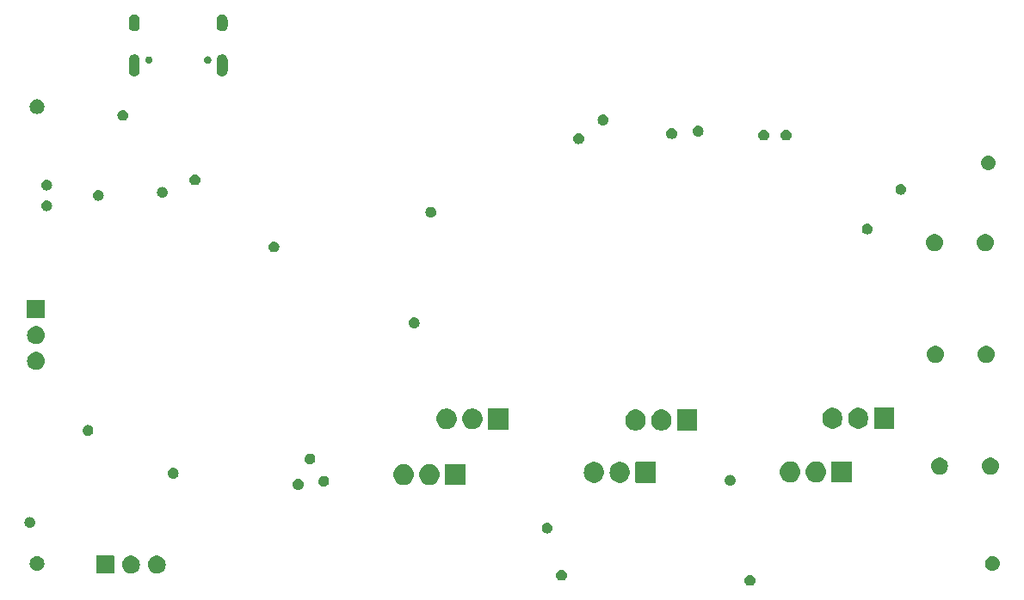
<source format=gbs>
G04 #@! TF.GenerationSoftware,KiCad,Pcbnew,8.0.4-8.0.4-0~ubuntu22.04.1*
G04 #@! TF.CreationDate,2024-08-24T23:14:06+02:00*
G04 #@! TF.ProjectId,bldc_project,626c6463-5f70-4726-9f6a-6563742e6b69,rev?*
G04 #@! TF.SameCoordinates,Original*
G04 #@! TF.FileFunction,Soldermask,Bot*
G04 #@! TF.FilePolarity,Negative*
%FSLAX46Y46*%
G04 Gerber Fmt 4.6, Leading zero omitted, Abs format (unit mm)*
G04 Created by KiCad (PCBNEW 8.0.4-8.0.4-0~ubuntu22.04.1) date 2024-08-24 23:14:06*
%MOMM*%
%LPD*%
G01*
G04 APERTURE LIST*
G04 APERTURE END LIST*
G36*
X114489245Y-138030332D02*
G01*
X114619000Y-138084078D01*
X114730423Y-138169577D01*
X114815922Y-138281000D01*
X114869668Y-138410755D01*
X114888000Y-138550000D01*
X114869668Y-138689245D01*
X114815922Y-138819000D01*
X114730423Y-138930423D01*
X114619000Y-139015922D01*
X114489245Y-139069668D01*
X114350000Y-139088000D01*
X114210755Y-139069668D01*
X114081000Y-139015922D01*
X113969577Y-138930423D01*
X113884078Y-138819000D01*
X113830332Y-138689245D01*
X113812000Y-138550000D01*
X113830332Y-138410755D01*
X113884078Y-138281000D01*
X113969577Y-138169577D01*
X114081000Y-138084078D01*
X114210755Y-138030332D01*
X114350000Y-138012000D01*
X114489245Y-138030332D01*
G37*
G36*
X95939245Y-137530332D02*
G01*
X96069000Y-137584078D01*
X96180423Y-137669577D01*
X96265922Y-137781000D01*
X96319668Y-137910755D01*
X96338000Y-138050000D01*
X96319668Y-138189245D01*
X96265922Y-138319000D01*
X96180423Y-138430423D01*
X96069000Y-138515922D01*
X95939245Y-138569668D01*
X95800000Y-138588000D01*
X95660755Y-138569668D01*
X95531000Y-138515922D01*
X95419577Y-138430423D01*
X95334078Y-138319000D01*
X95280332Y-138189245D01*
X95262000Y-138050000D01*
X95280332Y-137910755D01*
X95334078Y-137781000D01*
X95419577Y-137669577D01*
X95531000Y-137584078D01*
X95660755Y-137530332D01*
X95800000Y-137512000D01*
X95939245Y-137530332D01*
G37*
G36*
X51764542Y-136114893D02*
G01*
X51776870Y-136123130D01*
X51785107Y-136135458D01*
X51788000Y-136150000D01*
X51788000Y-137850000D01*
X51785107Y-137864542D01*
X51776870Y-137876870D01*
X51764542Y-137885107D01*
X51750000Y-137888000D01*
X50050000Y-137888000D01*
X50035458Y-137885107D01*
X50023130Y-137876870D01*
X50014893Y-137864542D01*
X50012000Y-137850000D01*
X50012000Y-136150000D01*
X50014893Y-136135458D01*
X50023130Y-136123130D01*
X50035458Y-136114893D01*
X50050000Y-136112000D01*
X51750000Y-136112000D01*
X51764542Y-136114893D01*
G37*
G36*
X53714407Y-136155462D02*
G01*
X53884000Y-136230969D01*
X54034188Y-136340087D01*
X54158407Y-136478047D01*
X54251228Y-136638818D01*
X54308595Y-136815374D01*
X54328000Y-137000000D01*
X54308595Y-137184626D01*
X54251228Y-137361182D01*
X54158407Y-137521953D01*
X54034188Y-137659913D01*
X53884000Y-137769031D01*
X53714407Y-137844538D01*
X53532821Y-137883135D01*
X53347179Y-137883135D01*
X53165593Y-137844538D01*
X52996000Y-137769031D01*
X52845812Y-137659913D01*
X52721593Y-137521953D01*
X52628772Y-137361182D01*
X52571405Y-137184626D01*
X52552000Y-137000000D01*
X52571405Y-136815374D01*
X52628772Y-136638818D01*
X52721593Y-136478047D01*
X52845812Y-136340087D01*
X52996000Y-136230969D01*
X53165593Y-136155462D01*
X53347179Y-136116865D01*
X53532821Y-136116865D01*
X53714407Y-136155462D01*
G37*
G36*
X56254407Y-136155462D02*
G01*
X56424000Y-136230969D01*
X56574188Y-136340087D01*
X56698407Y-136478047D01*
X56791228Y-136638818D01*
X56848595Y-136815374D01*
X56868000Y-137000000D01*
X56848595Y-137184626D01*
X56791228Y-137361182D01*
X56698407Y-137521953D01*
X56574188Y-137659913D01*
X56424000Y-137769031D01*
X56254407Y-137844538D01*
X56072821Y-137883135D01*
X55887179Y-137883135D01*
X55705593Y-137844538D01*
X55536000Y-137769031D01*
X55385812Y-137659913D01*
X55261593Y-137521953D01*
X55168772Y-137361182D01*
X55111405Y-137184626D01*
X55092000Y-137000000D01*
X55111405Y-136815374D01*
X55168772Y-136638818D01*
X55261593Y-136478047D01*
X55385812Y-136340087D01*
X55536000Y-136230969D01*
X55705593Y-136155462D01*
X55887179Y-136116865D01*
X56072821Y-136116865D01*
X56254407Y-136155462D01*
G37*
G36*
X44361105Y-136194152D02*
G01*
X44514132Y-136247699D01*
X44651407Y-136333954D01*
X44766046Y-136448593D01*
X44852301Y-136585868D01*
X44905848Y-136738895D01*
X44924000Y-136900000D01*
X44905848Y-137061105D01*
X44852301Y-137214132D01*
X44766046Y-137351407D01*
X44651407Y-137466046D01*
X44514132Y-137552301D01*
X44361105Y-137605848D01*
X44200000Y-137624000D01*
X44038895Y-137605848D01*
X43885868Y-137552301D01*
X43748593Y-137466046D01*
X43633954Y-137351407D01*
X43547699Y-137214132D01*
X43494152Y-137061105D01*
X43476000Y-136900000D01*
X43494152Y-136738895D01*
X43547699Y-136585868D01*
X43633954Y-136448593D01*
X43748593Y-136333954D01*
X43885868Y-136247699D01*
X44038895Y-136194152D01*
X44200000Y-136176000D01*
X44361105Y-136194152D01*
G37*
G36*
X138361105Y-136194152D02*
G01*
X138514132Y-136247699D01*
X138651407Y-136333954D01*
X138766046Y-136448593D01*
X138852301Y-136585868D01*
X138905848Y-136738895D01*
X138924000Y-136900000D01*
X138905848Y-137061105D01*
X138852301Y-137214132D01*
X138766046Y-137351407D01*
X138651407Y-137466046D01*
X138514132Y-137552301D01*
X138361105Y-137605848D01*
X138200000Y-137624000D01*
X138038895Y-137605848D01*
X137885868Y-137552301D01*
X137748593Y-137466046D01*
X137633954Y-137351407D01*
X137547699Y-137214132D01*
X137494152Y-137061105D01*
X137476000Y-136900000D01*
X137494152Y-136738895D01*
X137547699Y-136585868D01*
X137633954Y-136448593D01*
X137748593Y-136333954D01*
X137885868Y-136247699D01*
X138038895Y-136194152D01*
X138200000Y-136176000D01*
X138361105Y-136194152D01*
G37*
G36*
X94539245Y-132880332D02*
G01*
X94669000Y-132934078D01*
X94780423Y-133019577D01*
X94865922Y-133131000D01*
X94919668Y-133260755D01*
X94938000Y-133400000D01*
X94919668Y-133539245D01*
X94865922Y-133669000D01*
X94780423Y-133780423D01*
X94669000Y-133865922D01*
X94539245Y-133919668D01*
X94400000Y-133938000D01*
X94260755Y-133919668D01*
X94131000Y-133865922D01*
X94019577Y-133780423D01*
X93934078Y-133669000D01*
X93880332Y-133539245D01*
X93862000Y-133400000D01*
X93880332Y-133260755D01*
X93934078Y-133131000D01*
X94019577Y-133019577D01*
X94131000Y-132934078D01*
X94260755Y-132880332D01*
X94400000Y-132862000D01*
X94539245Y-132880332D01*
G37*
G36*
X43639245Y-132330332D02*
G01*
X43769000Y-132384078D01*
X43880423Y-132469577D01*
X43965922Y-132581000D01*
X44019668Y-132710755D01*
X44038000Y-132850000D01*
X44019668Y-132989245D01*
X43965922Y-133119000D01*
X43880423Y-133230423D01*
X43769000Y-133315922D01*
X43639245Y-133369668D01*
X43500000Y-133388000D01*
X43360755Y-133369668D01*
X43231000Y-133315922D01*
X43119577Y-133230423D01*
X43034078Y-133119000D01*
X42980332Y-132989245D01*
X42962000Y-132850000D01*
X42980332Y-132710755D01*
X43034078Y-132581000D01*
X43119577Y-132469577D01*
X43231000Y-132384078D01*
X43360755Y-132330332D01*
X43500000Y-132312000D01*
X43639245Y-132330332D01*
G37*
G36*
X70039245Y-128580332D02*
G01*
X70169000Y-128634078D01*
X70280423Y-128719577D01*
X70365922Y-128831000D01*
X70419668Y-128960755D01*
X70438000Y-129100000D01*
X70419668Y-129239245D01*
X70365922Y-129369000D01*
X70280423Y-129480423D01*
X70169000Y-129565922D01*
X70039245Y-129619668D01*
X69900000Y-129638000D01*
X69760755Y-129619668D01*
X69631000Y-129565922D01*
X69519577Y-129480423D01*
X69434078Y-129369000D01*
X69380332Y-129239245D01*
X69362000Y-129100000D01*
X69380332Y-128960755D01*
X69434078Y-128831000D01*
X69519577Y-128719577D01*
X69631000Y-128634078D01*
X69760755Y-128580332D01*
X69900000Y-128562000D01*
X70039245Y-128580332D01*
G37*
G36*
X72539245Y-128280332D02*
G01*
X72669000Y-128334078D01*
X72780423Y-128419577D01*
X72865922Y-128531000D01*
X72919668Y-128660755D01*
X72938000Y-128800000D01*
X72919668Y-128939245D01*
X72865922Y-129069000D01*
X72780423Y-129180423D01*
X72669000Y-129265922D01*
X72539245Y-129319668D01*
X72400000Y-129338000D01*
X72260755Y-129319668D01*
X72131000Y-129265922D01*
X72019577Y-129180423D01*
X71934078Y-129069000D01*
X71880332Y-128939245D01*
X71862000Y-128800000D01*
X71880332Y-128660755D01*
X71934078Y-128531000D01*
X72019577Y-128419577D01*
X72131000Y-128334078D01*
X72260755Y-128280332D01*
X72400000Y-128262000D01*
X72539245Y-128280332D01*
G37*
G36*
X112539245Y-128180332D02*
G01*
X112669000Y-128234078D01*
X112780423Y-128319577D01*
X112865922Y-128431000D01*
X112919668Y-128560755D01*
X112938000Y-128700000D01*
X112919668Y-128839245D01*
X112865922Y-128969000D01*
X112780423Y-129080423D01*
X112669000Y-129165922D01*
X112539245Y-129219668D01*
X112400000Y-129238000D01*
X112260755Y-129219668D01*
X112131000Y-129165922D01*
X112019577Y-129080423D01*
X111934078Y-128969000D01*
X111880332Y-128839245D01*
X111862000Y-128700000D01*
X111880332Y-128560755D01*
X111934078Y-128431000D01*
X112019577Y-128319577D01*
X112131000Y-128234078D01*
X112260755Y-128180332D01*
X112400000Y-128162000D01*
X112539245Y-128180332D01*
G37*
G36*
X86317042Y-127114893D02*
G01*
X86329370Y-127123130D01*
X86337607Y-127135458D01*
X86340500Y-127150000D01*
X86340500Y-129150000D01*
X86337607Y-129164542D01*
X86329370Y-129176870D01*
X86317042Y-129185107D01*
X86302500Y-129188000D01*
X84397500Y-129188000D01*
X84382958Y-129185107D01*
X84370630Y-129176870D01*
X84362393Y-129164542D01*
X84359500Y-129150000D01*
X84359500Y-127150000D01*
X84362393Y-127135458D01*
X84370630Y-127123130D01*
X84382958Y-127114893D01*
X84397500Y-127112000D01*
X86302500Y-127112000D01*
X86317042Y-127114893D01*
G37*
G36*
X80557527Y-127154651D02*
G01*
X80736918Y-127228957D01*
X80898367Y-127336833D01*
X81035667Y-127474133D01*
X81143543Y-127635582D01*
X81217849Y-127814973D01*
X81255730Y-128005414D01*
X81260500Y-128102500D01*
X81260500Y-128197500D01*
X81255730Y-128294586D01*
X81217849Y-128485027D01*
X81143543Y-128664418D01*
X81035667Y-128825867D01*
X80898367Y-128963167D01*
X80736918Y-129071043D01*
X80557527Y-129145349D01*
X80367086Y-129183230D01*
X80172914Y-129183230D01*
X79982473Y-129145349D01*
X79803082Y-129071043D01*
X79641633Y-128963167D01*
X79504333Y-128825867D01*
X79396457Y-128664418D01*
X79322151Y-128485027D01*
X79284270Y-128294586D01*
X79279500Y-128197500D01*
X79279500Y-128102500D01*
X79284270Y-128005414D01*
X79322151Y-127814973D01*
X79396457Y-127635582D01*
X79504333Y-127474133D01*
X79641633Y-127336833D01*
X79803082Y-127228957D01*
X79982473Y-127154651D01*
X80172914Y-127116770D01*
X80367086Y-127116770D01*
X80557527Y-127154651D01*
G37*
G36*
X83097527Y-127154651D02*
G01*
X83276918Y-127228957D01*
X83438367Y-127336833D01*
X83575667Y-127474133D01*
X83683543Y-127635582D01*
X83757849Y-127814973D01*
X83795730Y-128005414D01*
X83800500Y-128102500D01*
X83800500Y-128197500D01*
X83795730Y-128294586D01*
X83757849Y-128485027D01*
X83683543Y-128664418D01*
X83575667Y-128825867D01*
X83438367Y-128963167D01*
X83276918Y-129071043D01*
X83097527Y-129145349D01*
X82907086Y-129183230D01*
X82712914Y-129183230D01*
X82522473Y-129145349D01*
X82343082Y-129071043D01*
X82181633Y-128963167D01*
X82044333Y-128825867D01*
X81936457Y-128664418D01*
X81862151Y-128485027D01*
X81824270Y-128294586D01*
X81819500Y-128197500D01*
X81819500Y-128102500D01*
X81824270Y-128005414D01*
X81862151Y-127814973D01*
X81936457Y-127635582D01*
X82044333Y-127474133D01*
X82181633Y-127336833D01*
X82343082Y-127228957D01*
X82522473Y-127154651D01*
X82712914Y-127116770D01*
X82907086Y-127116770D01*
X83097527Y-127154651D01*
G37*
G36*
X105044542Y-126882393D02*
G01*
X105056870Y-126890630D01*
X105065107Y-126902958D01*
X105068000Y-126917500D01*
X105068000Y-128917500D01*
X105065107Y-128932042D01*
X105056870Y-128944370D01*
X105044542Y-128952607D01*
X105030000Y-128955500D01*
X103125000Y-128955500D01*
X103110458Y-128952607D01*
X103098130Y-128944370D01*
X103089893Y-128932042D01*
X103087000Y-128917500D01*
X103087000Y-126917500D01*
X103089893Y-126902958D01*
X103098130Y-126890630D01*
X103110458Y-126882393D01*
X103125000Y-126879500D01*
X105030000Y-126879500D01*
X105044542Y-126882393D01*
G37*
G36*
X99285027Y-126922151D02*
G01*
X99464418Y-126996457D01*
X99625867Y-127104333D01*
X99763167Y-127241633D01*
X99871043Y-127403082D01*
X99945349Y-127582473D01*
X99983230Y-127772914D01*
X99988000Y-127870000D01*
X99988000Y-127965000D01*
X99983230Y-128062086D01*
X99945349Y-128252527D01*
X99871043Y-128431918D01*
X99763167Y-128593367D01*
X99625867Y-128730667D01*
X99464418Y-128838543D01*
X99285027Y-128912849D01*
X99094586Y-128950730D01*
X98900414Y-128950730D01*
X98709973Y-128912849D01*
X98530582Y-128838543D01*
X98369133Y-128730667D01*
X98231833Y-128593367D01*
X98123957Y-128431918D01*
X98049651Y-128252527D01*
X98011770Y-128062086D01*
X98007000Y-127965000D01*
X98007000Y-127870000D01*
X98011770Y-127772914D01*
X98049651Y-127582473D01*
X98123957Y-127403082D01*
X98231833Y-127241633D01*
X98369133Y-127104333D01*
X98530582Y-126996457D01*
X98709973Y-126922151D01*
X98900414Y-126884270D01*
X99094586Y-126884270D01*
X99285027Y-126922151D01*
G37*
G36*
X101825027Y-126922151D02*
G01*
X102004418Y-126996457D01*
X102165867Y-127104333D01*
X102303167Y-127241633D01*
X102411043Y-127403082D01*
X102485349Y-127582473D01*
X102523230Y-127772914D01*
X102528000Y-127870000D01*
X102528000Y-127965000D01*
X102523230Y-128062086D01*
X102485349Y-128252527D01*
X102411043Y-128431918D01*
X102303167Y-128593367D01*
X102165867Y-128730667D01*
X102004418Y-128838543D01*
X101825027Y-128912849D01*
X101634586Y-128950730D01*
X101440414Y-128950730D01*
X101249973Y-128912849D01*
X101070582Y-128838543D01*
X100909133Y-128730667D01*
X100771833Y-128593367D01*
X100663957Y-128431918D01*
X100589651Y-128252527D01*
X100551770Y-128062086D01*
X100547000Y-127965000D01*
X100547000Y-127870000D01*
X100551770Y-127772914D01*
X100589651Y-127582473D01*
X100663957Y-127403082D01*
X100771833Y-127241633D01*
X100909133Y-127104333D01*
X101070582Y-126996457D01*
X101249973Y-126922151D01*
X101440414Y-126884270D01*
X101634586Y-126884270D01*
X101825027Y-126922151D01*
G37*
G36*
X124344542Y-126837393D02*
G01*
X124356870Y-126845630D01*
X124365107Y-126857958D01*
X124368000Y-126872500D01*
X124368000Y-128872500D01*
X124365107Y-128887042D01*
X124356870Y-128899370D01*
X124344542Y-128907607D01*
X124330000Y-128910500D01*
X122425000Y-128910500D01*
X122410458Y-128907607D01*
X122398130Y-128899370D01*
X122389893Y-128887042D01*
X122387000Y-128872500D01*
X122387000Y-126872500D01*
X122389893Y-126857958D01*
X122398130Y-126845630D01*
X122410458Y-126837393D01*
X122425000Y-126834500D01*
X124330000Y-126834500D01*
X124344542Y-126837393D01*
G37*
G36*
X118585027Y-126877151D02*
G01*
X118764418Y-126951457D01*
X118925867Y-127059333D01*
X119063167Y-127196633D01*
X119171043Y-127358082D01*
X119245349Y-127537473D01*
X119283230Y-127727914D01*
X119288000Y-127825000D01*
X119288000Y-127920000D01*
X119283230Y-128017086D01*
X119245349Y-128207527D01*
X119171043Y-128386918D01*
X119063167Y-128548367D01*
X118925867Y-128685667D01*
X118764418Y-128793543D01*
X118585027Y-128867849D01*
X118394586Y-128905730D01*
X118200414Y-128905730D01*
X118009973Y-128867849D01*
X117830582Y-128793543D01*
X117669133Y-128685667D01*
X117531833Y-128548367D01*
X117423957Y-128386918D01*
X117349651Y-128207527D01*
X117311770Y-128017086D01*
X117307000Y-127920000D01*
X117307000Y-127825000D01*
X117311770Y-127727914D01*
X117349651Y-127537473D01*
X117423957Y-127358082D01*
X117531833Y-127196633D01*
X117669133Y-127059333D01*
X117830582Y-126951457D01*
X118009973Y-126877151D01*
X118200414Y-126839270D01*
X118394586Y-126839270D01*
X118585027Y-126877151D01*
G37*
G36*
X121125027Y-126877151D02*
G01*
X121304418Y-126951457D01*
X121465867Y-127059333D01*
X121603167Y-127196633D01*
X121711043Y-127358082D01*
X121785349Y-127537473D01*
X121823230Y-127727914D01*
X121828000Y-127825000D01*
X121828000Y-127920000D01*
X121823230Y-128017086D01*
X121785349Y-128207527D01*
X121711043Y-128386918D01*
X121603167Y-128548367D01*
X121465867Y-128685667D01*
X121304418Y-128793543D01*
X121125027Y-128867849D01*
X120934586Y-128905730D01*
X120740414Y-128905730D01*
X120549973Y-128867849D01*
X120370582Y-128793543D01*
X120209133Y-128685667D01*
X120071833Y-128548367D01*
X119963957Y-128386918D01*
X119889651Y-128207527D01*
X119851770Y-128017086D01*
X119847000Y-127920000D01*
X119847000Y-127825000D01*
X119851770Y-127727914D01*
X119889651Y-127537473D01*
X119963957Y-127358082D01*
X120071833Y-127196633D01*
X120209133Y-127059333D01*
X120370582Y-126951457D01*
X120549973Y-126877151D01*
X120740414Y-126839270D01*
X120934586Y-126839270D01*
X121125027Y-126877151D01*
G37*
G36*
X57739245Y-127480332D02*
G01*
X57869000Y-127534078D01*
X57980423Y-127619577D01*
X58065922Y-127731000D01*
X58119668Y-127860755D01*
X58138000Y-128000000D01*
X58119668Y-128139245D01*
X58065922Y-128269000D01*
X57980423Y-128380423D01*
X57869000Y-128465922D01*
X57739245Y-128519668D01*
X57600000Y-128538000D01*
X57460755Y-128519668D01*
X57331000Y-128465922D01*
X57219577Y-128380423D01*
X57134078Y-128269000D01*
X57080332Y-128139245D01*
X57062000Y-128000000D01*
X57080332Y-127860755D01*
X57134078Y-127731000D01*
X57219577Y-127619577D01*
X57331000Y-127534078D01*
X57460755Y-127480332D01*
X57600000Y-127462000D01*
X57739245Y-127480332D01*
G37*
G36*
X133258956Y-126503015D02*
G01*
X133419000Y-126574271D01*
X133560731Y-126677245D01*
X133677956Y-126807436D01*
X133765551Y-126959155D01*
X133819688Y-127125770D01*
X133838000Y-127300000D01*
X133819688Y-127474230D01*
X133765551Y-127640845D01*
X133677956Y-127792564D01*
X133560731Y-127922755D01*
X133419000Y-128025729D01*
X133258956Y-128096985D01*
X133087595Y-128133409D01*
X132912405Y-128133409D01*
X132741044Y-128096985D01*
X132581000Y-128025729D01*
X132439269Y-127922755D01*
X132322044Y-127792564D01*
X132234449Y-127640845D01*
X132180312Y-127474230D01*
X132162000Y-127300000D01*
X132180312Y-127125770D01*
X132234449Y-126959155D01*
X132322044Y-126807436D01*
X132439269Y-126677245D01*
X132581000Y-126574271D01*
X132741044Y-126503015D01*
X132912405Y-126466591D01*
X133087595Y-126466591D01*
X133258956Y-126503015D01*
G37*
G36*
X138258956Y-126503015D02*
G01*
X138419000Y-126574271D01*
X138560731Y-126677245D01*
X138677956Y-126807436D01*
X138765551Y-126959155D01*
X138819688Y-127125770D01*
X138838000Y-127300000D01*
X138819688Y-127474230D01*
X138765551Y-127640845D01*
X138677956Y-127792564D01*
X138560731Y-127922755D01*
X138419000Y-128025729D01*
X138258956Y-128096985D01*
X138087595Y-128133409D01*
X137912405Y-128133409D01*
X137741044Y-128096985D01*
X137581000Y-128025729D01*
X137439269Y-127922755D01*
X137322044Y-127792564D01*
X137234449Y-127640845D01*
X137180312Y-127474230D01*
X137162000Y-127300000D01*
X137180312Y-127125770D01*
X137234449Y-126959155D01*
X137322044Y-126807436D01*
X137439269Y-126677245D01*
X137581000Y-126574271D01*
X137741044Y-126503015D01*
X137912405Y-126466591D01*
X138087595Y-126466591D01*
X138258956Y-126503015D01*
G37*
G36*
X71189245Y-126080332D02*
G01*
X71319000Y-126134078D01*
X71430423Y-126219577D01*
X71515922Y-126331000D01*
X71569668Y-126460755D01*
X71588000Y-126600000D01*
X71569668Y-126739245D01*
X71515922Y-126869000D01*
X71430423Y-126980423D01*
X71319000Y-127065922D01*
X71189245Y-127119668D01*
X71050000Y-127138000D01*
X70910755Y-127119668D01*
X70781000Y-127065922D01*
X70669577Y-126980423D01*
X70584078Y-126869000D01*
X70530332Y-126739245D01*
X70512000Y-126600000D01*
X70530332Y-126460755D01*
X70584078Y-126331000D01*
X70669577Y-126219577D01*
X70781000Y-126134078D01*
X70910755Y-126080332D01*
X71050000Y-126062000D01*
X71189245Y-126080332D01*
G37*
G36*
X49339245Y-123280332D02*
G01*
X49469000Y-123334078D01*
X49580423Y-123419577D01*
X49665922Y-123531000D01*
X49719668Y-123660755D01*
X49738000Y-123800000D01*
X49719668Y-123939245D01*
X49665922Y-124069000D01*
X49580423Y-124180423D01*
X49469000Y-124265922D01*
X49339245Y-124319668D01*
X49200000Y-124338000D01*
X49060755Y-124319668D01*
X48931000Y-124265922D01*
X48819577Y-124180423D01*
X48734078Y-124069000D01*
X48680332Y-123939245D01*
X48662000Y-123800000D01*
X48680332Y-123660755D01*
X48734078Y-123531000D01*
X48819577Y-123419577D01*
X48931000Y-123334078D01*
X49060755Y-123280332D01*
X49200000Y-123262000D01*
X49339245Y-123280332D01*
G37*
G36*
X109144542Y-121737393D02*
G01*
X109156870Y-121745630D01*
X109165107Y-121757958D01*
X109168000Y-121772500D01*
X109168000Y-123772500D01*
X109165107Y-123787042D01*
X109156870Y-123799370D01*
X109144542Y-123807607D01*
X109130000Y-123810500D01*
X107225000Y-123810500D01*
X107210458Y-123807607D01*
X107198130Y-123799370D01*
X107189893Y-123787042D01*
X107187000Y-123772500D01*
X107187000Y-121772500D01*
X107189893Y-121757958D01*
X107198130Y-121745630D01*
X107210458Y-121737393D01*
X107225000Y-121734500D01*
X109130000Y-121734500D01*
X109144542Y-121737393D01*
G37*
G36*
X103385027Y-121777151D02*
G01*
X103564418Y-121851457D01*
X103725867Y-121959333D01*
X103863167Y-122096633D01*
X103971043Y-122258082D01*
X104045349Y-122437473D01*
X104083230Y-122627914D01*
X104088000Y-122725000D01*
X104088000Y-122820000D01*
X104083230Y-122917086D01*
X104045349Y-123107527D01*
X103971043Y-123286918D01*
X103863167Y-123448367D01*
X103725867Y-123585667D01*
X103564418Y-123693543D01*
X103385027Y-123767849D01*
X103194586Y-123805730D01*
X103000414Y-123805730D01*
X102809973Y-123767849D01*
X102630582Y-123693543D01*
X102469133Y-123585667D01*
X102331833Y-123448367D01*
X102223957Y-123286918D01*
X102149651Y-123107527D01*
X102111770Y-122917086D01*
X102107000Y-122820000D01*
X102107000Y-122725000D01*
X102111770Y-122627914D01*
X102149651Y-122437473D01*
X102223957Y-122258082D01*
X102331833Y-122096633D01*
X102469133Y-121959333D01*
X102630582Y-121851457D01*
X102809973Y-121777151D01*
X103000414Y-121739270D01*
X103194586Y-121739270D01*
X103385027Y-121777151D01*
G37*
G36*
X105925027Y-121777151D02*
G01*
X106104418Y-121851457D01*
X106265867Y-121959333D01*
X106403167Y-122096633D01*
X106511043Y-122258082D01*
X106585349Y-122437473D01*
X106623230Y-122627914D01*
X106628000Y-122725000D01*
X106628000Y-122820000D01*
X106623230Y-122917086D01*
X106585349Y-123107527D01*
X106511043Y-123286918D01*
X106403167Y-123448367D01*
X106265867Y-123585667D01*
X106104418Y-123693543D01*
X105925027Y-123767849D01*
X105734586Y-123805730D01*
X105540414Y-123805730D01*
X105349973Y-123767849D01*
X105170582Y-123693543D01*
X105009133Y-123585667D01*
X104871833Y-123448367D01*
X104763957Y-123286918D01*
X104689651Y-123107527D01*
X104651770Y-122917086D01*
X104647000Y-122820000D01*
X104647000Y-122725000D01*
X104651770Y-122627914D01*
X104689651Y-122437473D01*
X104763957Y-122258082D01*
X104871833Y-122096633D01*
X105009133Y-121959333D01*
X105170582Y-121851457D01*
X105349973Y-121777151D01*
X105540414Y-121739270D01*
X105734586Y-121739270D01*
X105925027Y-121777151D01*
G37*
G36*
X90547042Y-121619893D02*
G01*
X90559370Y-121628130D01*
X90567607Y-121640458D01*
X90570500Y-121655000D01*
X90570500Y-123655000D01*
X90567607Y-123669542D01*
X90559370Y-123681870D01*
X90547042Y-123690107D01*
X90532500Y-123693000D01*
X88627500Y-123693000D01*
X88612958Y-123690107D01*
X88600630Y-123681870D01*
X88592393Y-123669542D01*
X88589500Y-123655000D01*
X88589500Y-121655000D01*
X88592393Y-121640458D01*
X88600630Y-121628130D01*
X88612958Y-121619893D01*
X88627500Y-121617000D01*
X90532500Y-121617000D01*
X90547042Y-121619893D01*
G37*
G36*
X84787527Y-121659651D02*
G01*
X84966918Y-121733957D01*
X85128367Y-121841833D01*
X85265667Y-121979133D01*
X85373543Y-122140582D01*
X85447849Y-122319973D01*
X85485730Y-122510414D01*
X85490500Y-122607500D01*
X85490500Y-122702500D01*
X85485730Y-122799586D01*
X85447849Y-122990027D01*
X85373543Y-123169418D01*
X85265667Y-123330867D01*
X85128367Y-123468167D01*
X84966918Y-123576043D01*
X84787527Y-123650349D01*
X84597086Y-123688230D01*
X84402914Y-123688230D01*
X84212473Y-123650349D01*
X84033082Y-123576043D01*
X83871633Y-123468167D01*
X83734333Y-123330867D01*
X83626457Y-123169418D01*
X83552151Y-122990027D01*
X83514270Y-122799586D01*
X83509500Y-122702500D01*
X83509500Y-122607500D01*
X83514270Y-122510414D01*
X83552151Y-122319973D01*
X83626457Y-122140582D01*
X83734333Y-121979133D01*
X83871633Y-121841833D01*
X84033082Y-121733957D01*
X84212473Y-121659651D01*
X84402914Y-121621770D01*
X84597086Y-121621770D01*
X84787527Y-121659651D01*
G37*
G36*
X87327527Y-121659651D02*
G01*
X87506918Y-121733957D01*
X87668367Y-121841833D01*
X87805667Y-121979133D01*
X87913543Y-122140582D01*
X87987849Y-122319973D01*
X88025730Y-122510414D01*
X88030500Y-122607500D01*
X88030500Y-122702500D01*
X88025730Y-122799586D01*
X87987849Y-122990027D01*
X87913543Y-123169418D01*
X87805667Y-123330867D01*
X87668367Y-123468167D01*
X87506918Y-123576043D01*
X87327527Y-123650349D01*
X87137086Y-123688230D01*
X86942914Y-123688230D01*
X86752473Y-123650349D01*
X86573082Y-123576043D01*
X86411633Y-123468167D01*
X86274333Y-123330867D01*
X86166457Y-123169418D01*
X86092151Y-122990027D01*
X86054270Y-122799586D01*
X86049500Y-122702500D01*
X86049500Y-122607500D01*
X86054270Y-122510414D01*
X86092151Y-122319973D01*
X86166457Y-122140582D01*
X86274333Y-121979133D01*
X86411633Y-121841833D01*
X86573082Y-121733957D01*
X86752473Y-121659651D01*
X86942914Y-121621770D01*
X87137086Y-121621770D01*
X87327527Y-121659651D01*
G37*
G36*
X128507042Y-121557393D02*
G01*
X128519370Y-121565630D01*
X128527607Y-121577958D01*
X128530500Y-121592500D01*
X128530500Y-123592500D01*
X128527607Y-123607042D01*
X128519370Y-123619370D01*
X128507042Y-123627607D01*
X128492500Y-123630500D01*
X126587500Y-123630500D01*
X126572958Y-123627607D01*
X126560630Y-123619370D01*
X126552393Y-123607042D01*
X126549500Y-123592500D01*
X126549500Y-121592500D01*
X126552393Y-121577958D01*
X126560630Y-121565630D01*
X126572958Y-121557393D01*
X126587500Y-121554500D01*
X128492500Y-121554500D01*
X128507042Y-121557393D01*
G37*
G36*
X122747527Y-121597151D02*
G01*
X122926918Y-121671457D01*
X123088367Y-121779333D01*
X123225667Y-121916633D01*
X123333543Y-122078082D01*
X123407849Y-122257473D01*
X123445730Y-122447914D01*
X123450500Y-122545000D01*
X123450500Y-122640000D01*
X123445730Y-122737086D01*
X123407849Y-122927527D01*
X123333543Y-123106918D01*
X123225667Y-123268367D01*
X123088367Y-123405667D01*
X122926918Y-123513543D01*
X122747527Y-123587849D01*
X122557086Y-123625730D01*
X122362914Y-123625730D01*
X122172473Y-123587849D01*
X121993082Y-123513543D01*
X121831633Y-123405667D01*
X121694333Y-123268367D01*
X121586457Y-123106918D01*
X121512151Y-122927527D01*
X121474270Y-122737086D01*
X121469500Y-122640000D01*
X121469500Y-122545000D01*
X121474270Y-122447914D01*
X121512151Y-122257473D01*
X121586457Y-122078082D01*
X121694333Y-121916633D01*
X121831633Y-121779333D01*
X121993082Y-121671457D01*
X122172473Y-121597151D01*
X122362914Y-121559270D01*
X122557086Y-121559270D01*
X122747527Y-121597151D01*
G37*
G36*
X125287527Y-121597151D02*
G01*
X125466918Y-121671457D01*
X125628367Y-121779333D01*
X125765667Y-121916633D01*
X125873543Y-122078082D01*
X125947849Y-122257473D01*
X125985730Y-122447914D01*
X125990500Y-122545000D01*
X125990500Y-122640000D01*
X125985730Y-122737086D01*
X125947849Y-122927527D01*
X125873543Y-123106918D01*
X125765667Y-123268367D01*
X125628367Y-123405667D01*
X125466918Y-123513543D01*
X125287527Y-123587849D01*
X125097086Y-123625730D01*
X124902914Y-123625730D01*
X124712473Y-123587849D01*
X124533082Y-123513543D01*
X124371633Y-123405667D01*
X124234333Y-123268367D01*
X124126457Y-123106918D01*
X124052151Y-122927527D01*
X124014270Y-122737086D01*
X124009500Y-122640000D01*
X124009500Y-122545000D01*
X124014270Y-122447914D01*
X124052151Y-122257473D01*
X124126457Y-122078082D01*
X124234333Y-121916633D01*
X124371633Y-121779333D01*
X124533082Y-121671457D01*
X124712473Y-121597151D01*
X124902914Y-121559270D01*
X125097086Y-121559270D01*
X125287527Y-121597151D01*
G37*
G36*
X44374407Y-116095462D02*
G01*
X44544000Y-116170969D01*
X44694188Y-116280087D01*
X44818407Y-116418047D01*
X44911228Y-116578818D01*
X44968595Y-116755374D01*
X44988000Y-116940000D01*
X44968595Y-117124626D01*
X44911228Y-117301182D01*
X44818407Y-117461953D01*
X44694188Y-117599913D01*
X44544000Y-117709031D01*
X44374407Y-117784538D01*
X44192821Y-117823135D01*
X44007179Y-117823135D01*
X43825593Y-117784538D01*
X43656000Y-117709031D01*
X43505812Y-117599913D01*
X43381593Y-117461953D01*
X43288772Y-117301182D01*
X43231405Y-117124626D01*
X43212000Y-116940000D01*
X43231405Y-116755374D01*
X43288772Y-116578818D01*
X43381593Y-116418047D01*
X43505812Y-116280087D01*
X43656000Y-116170969D01*
X43825593Y-116095462D01*
X44007179Y-116056865D01*
X44192821Y-116056865D01*
X44374407Y-116095462D01*
G37*
G36*
X132858956Y-115503015D02*
G01*
X133019000Y-115574271D01*
X133160731Y-115677245D01*
X133277956Y-115807436D01*
X133365551Y-115959155D01*
X133419688Y-116125770D01*
X133438000Y-116300000D01*
X133419688Y-116474230D01*
X133365551Y-116640845D01*
X133277956Y-116792564D01*
X133160731Y-116922755D01*
X133019000Y-117025729D01*
X132858956Y-117096985D01*
X132687595Y-117133409D01*
X132512405Y-117133409D01*
X132341044Y-117096985D01*
X132181000Y-117025729D01*
X132039269Y-116922755D01*
X131922044Y-116792564D01*
X131834449Y-116640845D01*
X131780312Y-116474230D01*
X131762000Y-116300000D01*
X131780312Y-116125770D01*
X131834449Y-115959155D01*
X131922044Y-115807436D01*
X132039269Y-115677245D01*
X132181000Y-115574271D01*
X132341044Y-115503015D01*
X132512405Y-115466591D01*
X132687595Y-115466591D01*
X132858956Y-115503015D01*
G37*
G36*
X137858956Y-115503015D02*
G01*
X138019000Y-115574271D01*
X138160731Y-115677245D01*
X138277956Y-115807436D01*
X138365551Y-115959155D01*
X138419688Y-116125770D01*
X138438000Y-116300000D01*
X138419688Y-116474230D01*
X138365551Y-116640845D01*
X138277956Y-116792564D01*
X138160731Y-116922755D01*
X138019000Y-117025729D01*
X137858956Y-117096985D01*
X137687595Y-117133409D01*
X137512405Y-117133409D01*
X137341044Y-117096985D01*
X137181000Y-117025729D01*
X137039269Y-116922755D01*
X136922044Y-116792564D01*
X136834449Y-116640845D01*
X136780312Y-116474230D01*
X136762000Y-116300000D01*
X136780312Y-116125770D01*
X136834449Y-115959155D01*
X136922044Y-115807436D01*
X137039269Y-115677245D01*
X137181000Y-115574271D01*
X137341044Y-115503015D01*
X137512405Y-115466591D01*
X137687595Y-115466591D01*
X137858956Y-115503015D01*
G37*
G36*
X44374407Y-113555462D02*
G01*
X44544000Y-113630969D01*
X44694188Y-113740087D01*
X44818407Y-113878047D01*
X44911228Y-114038818D01*
X44968595Y-114215374D01*
X44988000Y-114400000D01*
X44968595Y-114584626D01*
X44911228Y-114761182D01*
X44818407Y-114921953D01*
X44694188Y-115059913D01*
X44544000Y-115169031D01*
X44374407Y-115244538D01*
X44192821Y-115283135D01*
X44007179Y-115283135D01*
X43825593Y-115244538D01*
X43656000Y-115169031D01*
X43505812Y-115059913D01*
X43381593Y-114921953D01*
X43288772Y-114761182D01*
X43231405Y-114584626D01*
X43212000Y-114400000D01*
X43231405Y-114215374D01*
X43288772Y-114038818D01*
X43381593Y-113878047D01*
X43505812Y-113740087D01*
X43656000Y-113630969D01*
X43825593Y-113555462D01*
X44007179Y-113516865D01*
X44192821Y-113516865D01*
X44374407Y-113555462D01*
G37*
G36*
X81439245Y-112680332D02*
G01*
X81569000Y-112734078D01*
X81680423Y-112819577D01*
X81765922Y-112931000D01*
X81819668Y-113060755D01*
X81838000Y-113200000D01*
X81819668Y-113339245D01*
X81765922Y-113469000D01*
X81680423Y-113580423D01*
X81569000Y-113665922D01*
X81439245Y-113719668D01*
X81300000Y-113738000D01*
X81160755Y-113719668D01*
X81031000Y-113665922D01*
X80919577Y-113580423D01*
X80834078Y-113469000D01*
X80780332Y-113339245D01*
X80762000Y-113200000D01*
X80780332Y-113060755D01*
X80834078Y-112931000D01*
X80919577Y-112819577D01*
X81031000Y-112734078D01*
X81160755Y-112680332D01*
X81300000Y-112662000D01*
X81439245Y-112680332D01*
G37*
G36*
X44964542Y-110974893D02*
G01*
X44976870Y-110983130D01*
X44985107Y-110995458D01*
X44988000Y-111010000D01*
X44988000Y-112710000D01*
X44985107Y-112724542D01*
X44976870Y-112736870D01*
X44964542Y-112745107D01*
X44950000Y-112748000D01*
X43250000Y-112748000D01*
X43235458Y-112745107D01*
X43223130Y-112736870D01*
X43214893Y-112724542D01*
X43212000Y-112710000D01*
X43212000Y-111010000D01*
X43214893Y-110995458D01*
X43223130Y-110983130D01*
X43235458Y-110974893D01*
X43250000Y-110972000D01*
X44950000Y-110972000D01*
X44964542Y-110974893D01*
G37*
G36*
X67639245Y-105180332D02*
G01*
X67769000Y-105234078D01*
X67880423Y-105319577D01*
X67965922Y-105431000D01*
X68019668Y-105560755D01*
X68038000Y-105700000D01*
X68019668Y-105839245D01*
X67965922Y-105969000D01*
X67880423Y-106080423D01*
X67769000Y-106165922D01*
X67639245Y-106219668D01*
X67500000Y-106238000D01*
X67360755Y-106219668D01*
X67231000Y-106165922D01*
X67119577Y-106080423D01*
X67034078Y-105969000D01*
X66980332Y-105839245D01*
X66962000Y-105700000D01*
X66980332Y-105560755D01*
X67034078Y-105431000D01*
X67119577Y-105319577D01*
X67231000Y-105234078D01*
X67360755Y-105180332D01*
X67500000Y-105162000D01*
X67639245Y-105180332D01*
G37*
G36*
X132758956Y-104503015D02*
G01*
X132919000Y-104574271D01*
X133060731Y-104677245D01*
X133177956Y-104807436D01*
X133265551Y-104959155D01*
X133319688Y-105125770D01*
X133338000Y-105300000D01*
X133319688Y-105474230D01*
X133265551Y-105640845D01*
X133177956Y-105792564D01*
X133060731Y-105922755D01*
X132919000Y-106025729D01*
X132758956Y-106096985D01*
X132587595Y-106133409D01*
X132412405Y-106133409D01*
X132241044Y-106096985D01*
X132081000Y-106025729D01*
X131939269Y-105922755D01*
X131822044Y-105792564D01*
X131734449Y-105640845D01*
X131680312Y-105474230D01*
X131662000Y-105300000D01*
X131680312Y-105125770D01*
X131734449Y-104959155D01*
X131822044Y-104807436D01*
X131939269Y-104677245D01*
X132081000Y-104574271D01*
X132241044Y-104503015D01*
X132412405Y-104466591D01*
X132587595Y-104466591D01*
X132758956Y-104503015D01*
G37*
G36*
X137758956Y-104503015D02*
G01*
X137919000Y-104574271D01*
X138060731Y-104677245D01*
X138177956Y-104807436D01*
X138265551Y-104959155D01*
X138319688Y-105125770D01*
X138338000Y-105300000D01*
X138319688Y-105474230D01*
X138265551Y-105640845D01*
X138177956Y-105792564D01*
X138060731Y-105922755D01*
X137919000Y-106025729D01*
X137758956Y-106096985D01*
X137587595Y-106133409D01*
X137412405Y-106133409D01*
X137241044Y-106096985D01*
X137081000Y-106025729D01*
X136939269Y-105922755D01*
X136822044Y-105792564D01*
X136734449Y-105640845D01*
X136680312Y-105474230D01*
X136662000Y-105300000D01*
X136680312Y-105125770D01*
X136734449Y-104959155D01*
X136822044Y-104807436D01*
X136939269Y-104677245D01*
X137081000Y-104574271D01*
X137241044Y-104503015D01*
X137412405Y-104466591D01*
X137587595Y-104466591D01*
X137758956Y-104503015D01*
G37*
G36*
X126039245Y-103430332D02*
G01*
X126169000Y-103484078D01*
X126280423Y-103569577D01*
X126365922Y-103681000D01*
X126419668Y-103810755D01*
X126438000Y-103950000D01*
X126419668Y-104089245D01*
X126365922Y-104219000D01*
X126280423Y-104330423D01*
X126169000Y-104415922D01*
X126039245Y-104469668D01*
X125900000Y-104488000D01*
X125760755Y-104469668D01*
X125631000Y-104415922D01*
X125519577Y-104330423D01*
X125434078Y-104219000D01*
X125380332Y-104089245D01*
X125362000Y-103950000D01*
X125380332Y-103810755D01*
X125434078Y-103681000D01*
X125519577Y-103569577D01*
X125631000Y-103484078D01*
X125760755Y-103430332D01*
X125900000Y-103412000D01*
X126039245Y-103430332D01*
G37*
G36*
X83089245Y-101780332D02*
G01*
X83219000Y-101834078D01*
X83330423Y-101919577D01*
X83415922Y-102031000D01*
X83469668Y-102160755D01*
X83488000Y-102300000D01*
X83469668Y-102439245D01*
X83415922Y-102569000D01*
X83330423Y-102680423D01*
X83219000Y-102765922D01*
X83089245Y-102819668D01*
X82950000Y-102838000D01*
X82810755Y-102819668D01*
X82681000Y-102765922D01*
X82569577Y-102680423D01*
X82484078Y-102569000D01*
X82430332Y-102439245D01*
X82412000Y-102300000D01*
X82430332Y-102160755D01*
X82484078Y-102031000D01*
X82569577Y-101919577D01*
X82681000Y-101834078D01*
X82810755Y-101780332D01*
X82950000Y-101762000D01*
X83089245Y-101780332D01*
G37*
G36*
X45298028Y-101135872D02*
G01*
X45426650Y-101189149D01*
X45537100Y-101273900D01*
X45621851Y-101384350D01*
X45675128Y-101512972D01*
X45693300Y-101651000D01*
X45675128Y-101789028D01*
X45621851Y-101917650D01*
X45537100Y-102028100D01*
X45426650Y-102112851D01*
X45298028Y-102166128D01*
X45160000Y-102184300D01*
X45021972Y-102166128D01*
X44893350Y-102112851D01*
X44782900Y-102028100D01*
X44698149Y-101917650D01*
X44644872Y-101789028D01*
X44626700Y-101651000D01*
X44644872Y-101512972D01*
X44698149Y-101384350D01*
X44782900Y-101273900D01*
X44893350Y-101189149D01*
X45021972Y-101135872D01*
X45160000Y-101117700D01*
X45298028Y-101135872D01*
G37*
G36*
X50378028Y-100119872D02*
G01*
X50506650Y-100173149D01*
X50617100Y-100257900D01*
X50701851Y-100368350D01*
X50755128Y-100496972D01*
X50773300Y-100635000D01*
X50755128Y-100773028D01*
X50701851Y-100901650D01*
X50617100Y-101012100D01*
X50506650Y-101096851D01*
X50378028Y-101150128D01*
X50240000Y-101168300D01*
X50101972Y-101150128D01*
X49973350Y-101096851D01*
X49862900Y-101012100D01*
X49778149Y-100901650D01*
X49724872Y-100773028D01*
X49706700Y-100635000D01*
X49724872Y-100496972D01*
X49778149Y-100368350D01*
X49862900Y-100257900D01*
X49973350Y-100173149D01*
X50101972Y-100119872D01*
X50240000Y-100101700D01*
X50378028Y-100119872D01*
G37*
G36*
X56689245Y-99830332D02*
G01*
X56819000Y-99884078D01*
X56930423Y-99969577D01*
X57015922Y-100081000D01*
X57069668Y-100210755D01*
X57088000Y-100350000D01*
X57069668Y-100489245D01*
X57015922Y-100619000D01*
X56930423Y-100730423D01*
X56819000Y-100815922D01*
X56689245Y-100869668D01*
X56550000Y-100888000D01*
X56410755Y-100869668D01*
X56281000Y-100815922D01*
X56169577Y-100730423D01*
X56084078Y-100619000D01*
X56030332Y-100489245D01*
X56012000Y-100350000D01*
X56030332Y-100210755D01*
X56084078Y-100081000D01*
X56169577Y-99969577D01*
X56281000Y-99884078D01*
X56410755Y-99830332D01*
X56550000Y-99812000D01*
X56689245Y-99830332D01*
G37*
G36*
X129339245Y-99530332D02*
G01*
X129469000Y-99584078D01*
X129580423Y-99669577D01*
X129665922Y-99781000D01*
X129719668Y-99910755D01*
X129738000Y-100050000D01*
X129719668Y-100189245D01*
X129665922Y-100319000D01*
X129580423Y-100430423D01*
X129469000Y-100515922D01*
X129339245Y-100569668D01*
X129200000Y-100588000D01*
X129060755Y-100569668D01*
X128931000Y-100515922D01*
X128819577Y-100430423D01*
X128734078Y-100319000D01*
X128680332Y-100189245D01*
X128662000Y-100050000D01*
X128680332Y-99910755D01*
X128734078Y-99781000D01*
X128819577Y-99669577D01*
X128931000Y-99584078D01*
X129060755Y-99530332D01*
X129200000Y-99512000D01*
X129339245Y-99530332D01*
G37*
G36*
X45298028Y-99103872D02*
G01*
X45426650Y-99157149D01*
X45537100Y-99241900D01*
X45621851Y-99352350D01*
X45675128Y-99480972D01*
X45693300Y-99619000D01*
X45675128Y-99757028D01*
X45621851Y-99885650D01*
X45537100Y-99996100D01*
X45426650Y-100080851D01*
X45298028Y-100134128D01*
X45160000Y-100152300D01*
X45021972Y-100134128D01*
X44893350Y-100080851D01*
X44782900Y-99996100D01*
X44698149Y-99885650D01*
X44644872Y-99757028D01*
X44626700Y-99619000D01*
X44644872Y-99480972D01*
X44698149Y-99352350D01*
X44782900Y-99241900D01*
X44893350Y-99157149D01*
X45021972Y-99103872D01*
X45160000Y-99085700D01*
X45298028Y-99103872D01*
G37*
G36*
X59889245Y-98580332D02*
G01*
X60019000Y-98634078D01*
X60130423Y-98719577D01*
X60215922Y-98831000D01*
X60269668Y-98960755D01*
X60288000Y-99100000D01*
X60269668Y-99239245D01*
X60215922Y-99369000D01*
X60130423Y-99480423D01*
X60019000Y-99565922D01*
X59889245Y-99619668D01*
X59750000Y-99638000D01*
X59610755Y-99619668D01*
X59481000Y-99565922D01*
X59369577Y-99480423D01*
X59284078Y-99369000D01*
X59230332Y-99239245D01*
X59212000Y-99100000D01*
X59230332Y-98960755D01*
X59284078Y-98831000D01*
X59369577Y-98719577D01*
X59481000Y-98634078D01*
X59610755Y-98580332D01*
X59750000Y-98562000D01*
X59889245Y-98580332D01*
G37*
G36*
X137961105Y-96744152D02*
G01*
X138114132Y-96797699D01*
X138251407Y-96883954D01*
X138366046Y-96998593D01*
X138452301Y-97135868D01*
X138505848Y-97288895D01*
X138524000Y-97450000D01*
X138505848Y-97611105D01*
X138452301Y-97764132D01*
X138366046Y-97901407D01*
X138251407Y-98016046D01*
X138114132Y-98102301D01*
X137961105Y-98155848D01*
X137800000Y-98174000D01*
X137638895Y-98155848D01*
X137485868Y-98102301D01*
X137348593Y-98016046D01*
X137233954Y-97901407D01*
X137147699Y-97764132D01*
X137094152Y-97611105D01*
X137076000Y-97450000D01*
X137094152Y-97288895D01*
X137147699Y-97135868D01*
X137233954Y-96998593D01*
X137348593Y-96883954D01*
X137485868Y-96797699D01*
X137638895Y-96744152D01*
X137800000Y-96726000D01*
X137961105Y-96744152D01*
G37*
G36*
X97639245Y-94530332D02*
G01*
X97769000Y-94584078D01*
X97880423Y-94669577D01*
X97965922Y-94781000D01*
X98019668Y-94910755D01*
X98038000Y-95050000D01*
X98019668Y-95189245D01*
X97965922Y-95319000D01*
X97880423Y-95430423D01*
X97769000Y-95515922D01*
X97639245Y-95569668D01*
X97500000Y-95588000D01*
X97360755Y-95569668D01*
X97231000Y-95515922D01*
X97119577Y-95430423D01*
X97034078Y-95319000D01*
X96980332Y-95189245D01*
X96962000Y-95050000D01*
X96980332Y-94910755D01*
X97034078Y-94781000D01*
X97119577Y-94669577D01*
X97231000Y-94584078D01*
X97360755Y-94530332D01*
X97500000Y-94512000D01*
X97639245Y-94530332D01*
G37*
G36*
X115839245Y-94180332D02*
G01*
X115969000Y-94234078D01*
X116080423Y-94319577D01*
X116165922Y-94431000D01*
X116219668Y-94560755D01*
X116238000Y-94700000D01*
X116219668Y-94839245D01*
X116165922Y-94969000D01*
X116080423Y-95080423D01*
X115969000Y-95165922D01*
X115839245Y-95219668D01*
X115700000Y-95238000D01*
X115560755Y-95219668D01*
X115431000Y-95165922D01*
X115319577Y-95080423D01*
X115234078Y-94969000D01*
X115180332Y-94839245D01*
X115162000Y-94700000D01*
X115180332Y-94560755D01*
X115234078Y-94431000D01*
X115319577Y-94319577D01*
X115431000Y-94234078D01*
X115560755Y-94180332D01*
X115700000Y-94162000D01*
X115839245Y-94180332D01*
G37*
G36*
X118039245Y-94180332D02*
G01*
X118169000Y-94234078D01*
X118280423Y-94319577D01*
X118365922Y-94431000D01*
X118419668Y-94560755D01*
X118438000Y-94700000D01*
X118419668Y-94839245D01*
X118365922Y-94969000D01*
X118280423Y-95080423D01*
X118169000Y-95165922D01*
X118039245Y-95219668D01*
X117900000Y-95238000D01*
X117760755Y-95219668D01*
X117631000Y-95165922D01*
X117519577Y-95080423D01*
X117434078Y-94969000D01*
X117380332Y-94839245D01*
X117362000Y-94700000D01*
X117380332Y-94560755D01*
X117434078Y-94431000D01*
X117519577Y-94319577D01*
X117631000Y-94234078D01*
X117760755Y-94180332D01*
X117900000Y-94162000D01*
X118039245Y-94180332D01*
G37*
G36*
X106789245Y-94030332D02*
G01*
X106919000Y-94084078D01*
X107030423Y-94169577D01*
X107115922Y-94281000D01*
X107169668Y-94410755D01*
X107188000Y-94550000D01*
X107169668Y-94689245D01*
X107115922Y-94819000D01*
X107030423Y-94930423D01*
X106919000Y-95015922D01*
X106789245Y-95069668D01*
X106650000Y-95088000D01*
X106510755Y-95069668D01*
X106381000Y-95015922D01*
X106269577Y-94930423D01*
X106184078Y-94819000D01*
X106130332Y-94689245D01*
X106112000Y-94550000D01*
X106130332Y-94410755D01*
X106184078Y-94281000D01*
X106269577Y-94169577D01*
X106381000Y-94084078D01*
X106510755Y-94030332D01*
X106650000Y-94012000D01*
X106789245Y-94030332D01*
G37*
G36*
X109389245Y-93780332D02*
G01*
X109519000Y-93834078D01*
X109630423Y-93919577D01*
X109715922Y-94031000D01*
X109769668Y-94160755D01*
X109788000Y-94300000D01*
X109769668Y-94439245D01*
X109715922Y-94569000D01*
X109630423Y-94680423D01*
X109519000Y-94765922D01*
X109389245Y-94819668D01*
X109250000Y-94838000D01*
X109110755Y-94819668D01*
X108981000Y-94765922D01*
X108869577Y-94680423D01*
X108784078Y-94569000D01*
X108730332Y-94439245D01*
X108712000Y-94300000D01*
X108730332Y-94160755D01*
X108784078Y-94031000D01*
X108869577Y-93919577D01*
X108981000Y-93834078D01*
X109110755Y-93780332D01*
X109250000Y-93762000D01*
X109389245Y-93780332D01*
G37*
G36*
X100039245Y-92680332D02*
G01*
X100169000Y-92734078D01*
X100280423Y-92819577D01*
X100365922Y-92931000D01*
X100419668Y-93060755D01*
X100438000Y-93200000D01*
X100419668Y-93339245D01*
X100365922Y-93469000D01*
X100280423Y-93580423D01*
X100169000Y-93665922D01*
X100039245Y-93719668D01*
X99900000Y-93738000D01*
X99760755Y-93719668D01*
X99631000Y-93665922D01*
X99519577Y-93580423D01*
X99434078Y-93469000D01*
X99380332Y-93339245D01*
X99362000Y-93200000D01*
X99380332Y-93060755D01*
X99434078Y-92931000D01*
X99519577Y-92819577D01*
X99631000Y-92734078D01*
X99760755Y-92680332D01*
X99900000Y-92662000D01*
X100039245Y-92680332D01*
G37*
G36*
X52789245Y-92230332D02*
G01*
X52919000Y-92284078D01*
X53030423Y-92369577D01*
X53115922Y-92481000D01*
X53169668Y-92610755D01*
X53188000Y-92750000D01*
X53169668Y-92889245D01*
X53115922Y-93019000D01*
X53030423Y-93130423D01*
X52919000Y-93215922D01*
X52789245Y-93269668D01*
X52650000Y-93288000D01*
X52510755Y-93269668D01*
X52381000Y-93215922D01*
X52269577Y-93130423D01*
X52184078Y-93019000D01*
X52130332Y-92889245D01*
X52112000Y-92750000D01*
X52130332Y-92610755D01*
X52184078Y-92481000D01*
X52269577Y-92369577D01*
X52381000Y-92284078D01*
X52510755Y-92230332D01*
X52650000Y-92212000D01*
X52789245Y-92230332D01*
G37*
G36*
X44361105Y-91194152D02*
G01*
X44514132Y-91247699D01*
X44651407Y-91333954D01*
X44766046Y-91448593D01*
X44852301Y-91585868D01*
X44905848Y-91738895D01*
X44924000Y-91900000D01*
X44905848Y-92061105D01*
X44852301Y-92214132D01*
X44766046Y-92351407D01*
X44651407Y-92466046D01*
X44514132Y-92552301D01*
X44361105Y-92605848D01*
X44200000Y-92624000D01*
X44038895Y-92605848D01*
X43885868Y-92552301D01*
X43748593Y-92466046D01*
X43633954Y-92351407D01*
X43547699Y-92214132D01*
X43494152Y-92061105D01*
X43476000Y-91900000D01*
X43494152Y-91738895D01*
X43547699Y-91585868D01*
X43633954Y-91448593D01*
X43748593Y-91333954D01*
X43885868Y-91247699D01*
X44038895Y-91194152D01*
X44200000Y-91176000D01*
X44361105Y-91194152D01*
G37*
G36*
X53985884Y-86782953D02*
G01*
X54107514Y-86853176D01*
X54206824Y-86952486D01*
X54277047Y-87074116D01*
X54313397Y-87209777D01*
X54318000Y-87280000D01*
X54318000Y-88380000D01*
X54313397Y-88450223D01*
X54277047Y-88585884D01*
X54206824Y-88707514D01*
X54107514Y-88806824D01*
X53985884Y-88877047D01*
X53850223Y-88913397D01*
X53709777Y-88913397D01*
X53574116Y-88877047D01*
X53452486Y-88806824D01*
X53353176Y-88707514D01*
X53282953Y-88585884D01*
X53246603Y-88450223D01*
X53242000Y-88380000D01*
X53242000Y-87280000D01*
X53246603Y-87209777D01*
X53282953Y-87074116D01*
X53353176Y-86952486D01*
X53452486Y-86853176D01*
X53574116Y-86782953D01*
X53709777Y-86746603D01*
X53850223Y-86746603D01*
X53985884Y-86782953D01*
G37*
G36*
X62625884Y-86782953D02*
G01*
X62747514Y-86853176D01*
X62846824Y-86952486D01*
X62917047Y-87074116D01*
X62953397Y-87209777D01*
X62958000Y-87280000D01*
X62958000Y-88380000D01*
X62953397Y-88450223D01*
X62917047Y-88585884D01*
X62846824Y-88707514D01*
X62747514Y-88806824D01*
X62625884Y-88877047D01*
X62490223Y-88913397D01*
X62349777Y-88913397D01*
X62214116Y-88877047D01*
X62092486Y-88806824D01*
X61993176Y-88707514D01*
X61922953Y-88585884D01*
X61886603Y-88450223D01*
X61882000Y-88380000D01*
X61882000Y-87280000D01*
X61886603Y-87209777D01*
X61922953Y-87074116D01*
X61993176Y-86952486D01*
X62092486Y-86853176D01*
X62214116Y-86782953D01*
X62349777Y-86746603D01*
X62490223Y-86746603D01*
X62625884Y-86782953D01*
G37*
G36*
X55322173Y-86954766D02*
G01*
X55423366Y-87006327D01*
X55503673Y-87086634D01*
X55555234Y-87187827D01*
X55573000Y-87300000D01*
X55555234Y-87412173D01*
X55503673Y-87513366D01*
X55423366Y-87593673D01*
X55322173Y-87645234D01*
X55210000Y-87663000D01*
X55097827Y-87645234D01*
X54996634Y-87593673D01*
X54916327Y-87513366D01*
X54864766Y-87412173D01*
X54847000Y-87300000D01*
X54864766Y-87187827D01*
X54916327Y-87086634D01*
X54996634Y-87006327D01*
X55097827Y-86954766D01*
X55210000Y-86937000D01*
X55322173Y-86954766D01*
G37*
G36*
X61102173Y-86954766D02*
G01*
X61203366Y-87006327D01*
X61283673Y-87086634D01*
X61335234Y-87187827D01*
X61353000Y-87300000D01*
X61335234Y-87412173D01*
X61283673Y-87513366D01*
X61203366Y-87593673D01*
X61102173Y-87645234D01*
X60990000Y-87663000D01*
X60877827Y-87645234D01*
X60776634Y-87593673D01*
X60696327Y-87513366D01*
X60644766Y-87412173D01*
X60627000Y-87300000D01*
X60644766Y-87187827D01*
X60696327Y-87086634D01*
X60776634Y-87006327D01*
X60877827Y-86954766D01*
X60990000Y-86937000D01*
X61102173Y-86954766D01*
G37*
G36*
X53985884Y-82852953D02*
G01*
X54107514Y-82923176D01*
X54206824Y-83022486D01*
X54277047Y-83144116D01*
X54313397Y-83279777D01*
X54318000Y-83350000D01*
X54318000Y-83950000D01*
X54313397Y-84020223D01*
X54277047Y-84155884D01*
X54206824Y-84277514D01*
X54107514Y-84376824D01*
X53985884Y-84447047D01*
X53850223Y-84483397D01*
X53709777Y-84483397D01*
X53574116Y-84447047D01*
X53452486Y-84376824D01*
X53353176Y-84277514D01*
X53282953Y-84155884D01*
X53246603Y-84020223D01*
X53242000Y-83950000D01*
X53242000Y-83350000D01*
X53246603Y-83279777D01*
X53282953Y-83144116D01*
X53353176Y-83022486D01*
X53452486Y-82923176D01*
X53574116Y-82852953D01*
X53709777Y-82816603D01*
X53850223Y-82816603D01*
X53985884Y-82852953D01*
G37*
G36*
X62625884Y-82852953D02*
G01*
X62747514Y-82923176D01*
X62846824Y-83022486D01*
X62917047Y-83144116D01*
X62953397Y-83279777D01*
X62958000Y-83350000D01*
X62958000Y-83950000D01*
X62953397Y-84020223D01*
X62917047Y-84155884D01*
X62846824Y-84277514D01*
X62747514Y-84376824D01*
X62625884Y-84447047D01*
X62490223Y-84483397D01*
X62349777Y-84483397D01*
X62214116Y-84447047D01*
X62092486Y-84376824D01*
X61993176Y-84277514D01*
X61922953Y-84155884D01*
X61886603Y-84020223D01*
X61882000Y-83950000D01*
X61882000Y-83350000D01*
X61886603Y-83279777D01*
X61922953Y-83144116D01*
X61993176Y-83022486D01*
X62092486Y-82923176D01*
X62214116Y-82852953D01*
X62349777Y-82816603D01*
X62490223Y-82816603D01*
X62625884Y-82852953D01*
G37*
M02*

</source>
